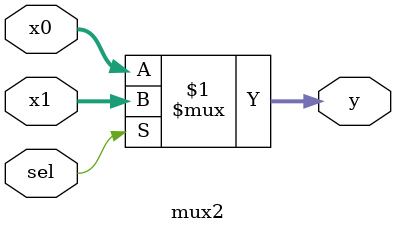
<source format=v>
module mux2 #(parameter WIDTH=32) (
    input wire [WIDTH-1:0] x0, x1,
    input wire sel,

    output wire [WIDTH-1:0] y
);
    assign y = sel ? x1 : x0;
endmodule
</source>
